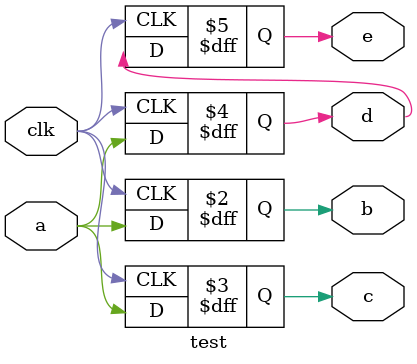
<source format=v>
`timescale 1ns / 1ps
module test(
	input a,
	input clk,
	output reg b,
	output reg c,
	output reg d,
	output reg e
    );
	always @ (posedge clk) begin
		b <= a;
		c <= a;
		d <= a;
		e <= d;
	end

endmodule

</source>
